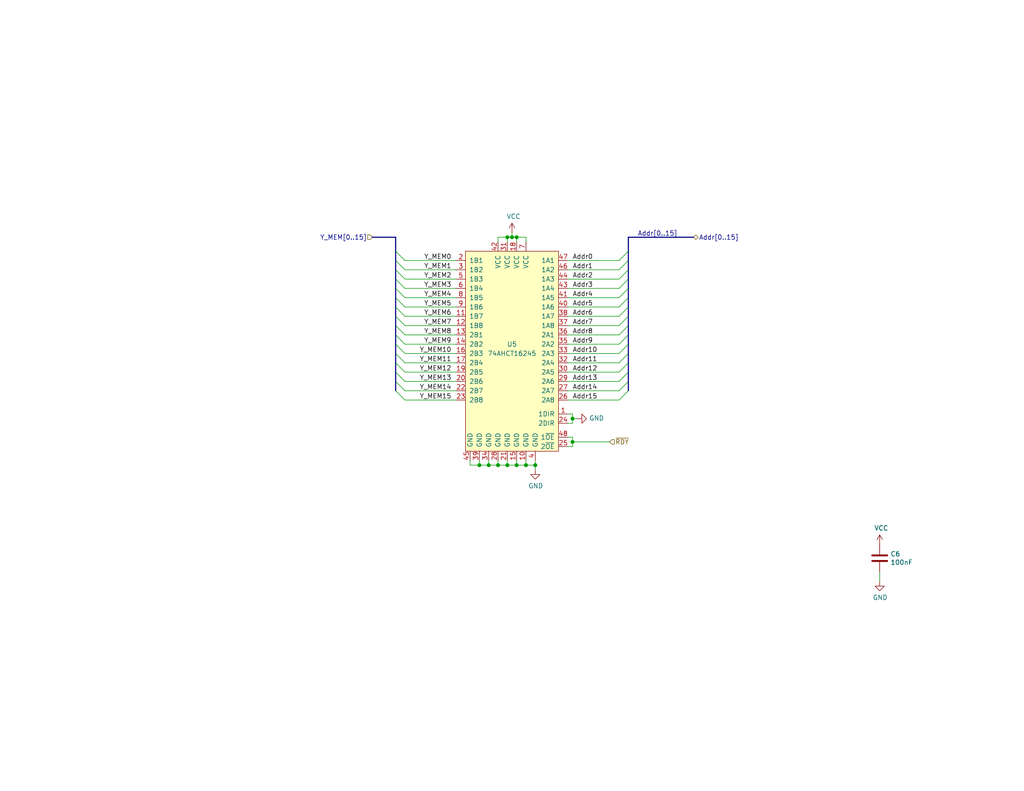
<source format=kicad_sch>
(kicad_sch (version 20230121) (generator eeschema)
  (paper "USLetter")
  (title_block (title "MEM: Buffer ALUResult") (date "2023-04-01") (rev "A") (comment 4 "Buffer the effective address before it leaves the main board."))
  (lib_symbols
    (symbol "74xx (kicad5):74AHCT16245_ba" (pin_names (offset 1.016))
      (property "Reference" "U" (at 0 1.27 0))
      (property "Value" "74AHCT16245_ba" (at 0 -1.27 0))
      (symbol "74AHCT16245_ba_0_1"
        (rectangle (start -12.7 26.67) (end 12.7 -27.94) (fill (type background)))
      )
      (symbol "74AHCT16245_ba_1_1"
        (pin input line (at -15.24 -17.78 0) (length 2.54) (name "1DIR") (number "1"))
        (pin power_in line (at -3.81 -30.48 90) (length 2.54) (name "GND") (number "10"))
        (pin input line (at 15.24 8.89 180) (length 2.54) (name "1B7") (number "11"))
        (pin input line (at 15.24 6.35 180) (length 2.54) (name "1B8") (number "12"))
        (pin input line (at 15.24 3.81 180) (length 2.54) (name "2B1") (number "13"))
        (pin input line (at 15.24 1.27 180) (length 2.54) (name "2B2") (number "14"))
        (pin power_in line (at -1.27 -30.48 90) (length 2.54) (name "GND") (number "15"))
        (pin input line (at 15.24 -1.27 180) (length 2.54) (name "2B3") (number "16"))
        (pin input line (at 15.24 -3.81 180) (length 2.54) (name "2B4") (number "17"))
        (pin power_in line (at -1.27 29.21 270) (length 2.54) (name "VCC") (number "18"))
        (pin input line (at 15.24 -6.35 180) (length 2.54) (name "2B5") (number "19"))
        (pin input line (at 15.24 24.13 180) (length 2.54) (name "1B1") (number "2"))
        (pin input line (at 15.24 -8.89 180) (length 2.54) (name "2B6") (number "20"))
        (pin power_in line (at 1.27 -30.48 90) (length 2.54) (name "GND") (number "21"))
        (pin input line (at 15.24 -11.43 180) (length 2.54) (name "2B7") (number "22"))
        (pin input line (at 15.24 -13.97 180) (length 2.54) (name "2B8") (number "23"))
        (pin input line (at -15.24 -20.32 0) (length 2.54) (name "2DIR") (number "24"))
        (pin input line (at -15.24 -26.67 0) (length 2.54) (name "2~{OE}") (number "25"))
        (pin tri_state line (at -15.24 -13.97 0) (length 2.54) (name "2A8") (number "26"))
        (pin tri_state line (at -15.24 -11.43 0) (length 2.54) (name "2A7") (number "27"))
        (pin power_in line (at 3.81 -30.48 90) (length 2.54) (name "GND") (number "28"))
        (pin tri_state line (at -15.24 -8.89 0) (length 2.54) (name "2A6") (number "29"))
        (pin input line (at 15.24 21.59 180) (length 2.54) (name "1B2") (number "3"))
        (pin tri_state line (at -15.24 -6.35 0) (length 2.54) (name "2A5") (number "30"))
        (pin power_in line (at 1.27 29.21 270) (length 2.54) (name "VCC") (number "31"))
        (pin tri_state line (at -15.24 -3.81 0) (length 2.54) (name "2A4") (number "32"))
        (pin tri_state line (at -15.24 -1.27 0) (length 2.54) (name "2A3") (number "33"))
        (pin power_in line (at 6.35 -30.48 90) (length 2.54) (name "GND") (number "34"))
        (pin tri_state line (at -15.24 1.27 0) (length 2.54) (name "2A2") (number "35"))
        (pin tri_state line (at -15.24 3.81 0) (length 2.54) (name "2A1") (number "36"))
        (pin tri_state line (at -15.24 6.35 0) (length 2.54) (name "1A8") (number "37"))
        (pin tri_state line (at -15.24 8.89 0) (length 2.54) (name "1A7") (number "38"))
        (pin power_in line (at 8.89 -30.48 90) (length 2.54) (name "GND") (number "39"))
        (pin power_in line (at -6.35 -30.48 90) (length 2.54) (name "GND") (number "4"))
        (pin tri_state line (at -15.24 11.43 0) (length 2.54) (name "1A6") (number "40"))
        (pin tri_state line (at -15.24 13.97 0) (length 2.54) (name "1A5") (number "41"))
        (pin power_in line (at 3.81 29.21 270) (length 2.54) (name "VCC") (number "42"))
        (pin tri_state line (at -15.24 16.51 0) (length 2.54) (name "1A4") (number "43"))
        (pin tri_state line (at -15.24 19.05 0) (length 2.54) (name "1A3") (number "44"))
        (pin power_in line (at 11.43 -30.48 90) (length 2.54) (name "GND") (number "45"))
        (pin tri_state line (at -15.24 21.59 0) (length 2.54) (name "1A2") (number "46"))
        (pin tri_state line (at -15.24 24.13 0) (length 2.54) (name "1A1") (number "47"))
        (pin input line (at -15.24 -24.13 0) (length 2.54) (name "1~{OE}") (number "48"))
        (pin input line (at 15.24 19.05 180) (length 2.54) (name "1B3") (number "5"))
        (pin input line (at 15.24 16.51 180) (length 2.54) (name "1B4") (number "6"))
        (pin power_in line (at -3.81 29.21 270) (length 2.54) (name "VCC") (number "7"))
        (pin input line (at 15.24 13.97 180) (length 2.54) (name "1B5") (number "8"))
        (pin input line (at 15.24 11.43 180) (length 2.54) (name "1B6") (number "9"))
      )
    )
    (symbol "Device:C" (pin_numbers hide) (pin_names (offset 0.254))
      (property "Reference" "C" (at 0.635 2.54 0))
      (property "Value" "C" (at 0.635 -2.54 0))
      (symbol "C_0_1"
        (polyline (pts (xy -2.032 -0.762) (xy 2.032 -0.762)) (stroke (width 0.508)))
        (polyline (pts (xy -2.032 0.762) (xy 2.032 0.762)) (stroke (width 0.508)))
      )
      (symbol "C_1_1"
        (pin passive line (at 0 3.81 270) (length 2.794) (name "~") (number "1"))
        (pin passive line (at 0 -3.81 90) (length 2.794) (name "~") (number "2"))
      )
    )
    (symbol "power:GND" (power) (pin_names (offset 0))
      (property "Value" "GND" (at 0 -3.81 0))
      (symbol "GND_0_1"
        (polyline (pts (xy 0 0) (xy 0 -1.27) (xy 1.27 -1.27) (xy 0 -2.54) (xy -1.27 -1.27) (xy 0 -1.27)))
      )
      (symbol "GND_1_1"
        (pin power_in line (at 0 0 270) (length 0) hide (name "GND") (number "1"))
      )
    )
    (symbol "power:VCC" (power) (pin_names (offset 0))
      (property "Value" "VCC" (at 0 3.81 0))
      (symbol "VCC_0_1"
        (polyline (pts (xy -0.762 1.27) (xy 0 2.54)))
        (polyline (pts (xy 0 0) (xy 0 2.54)))
        (polyline (pts (xy 0 2.54) (xy 0.762 1.27)))
      )
      (symbol "VCC_1_1"
        (pin power_in line (at 0 0 90) (length 0) hide (name "VCC") (number "1"))
      )
    )
  )
  (junction (at 156.21 114.3))
  (junction (at 130.81 127))
  (junction (at 138.43 64.77))
  (junction (at 138.43 127))
  (junction (at 156.21 120.65))
  (junction (at 146.05 127))
  (junction (at 135.89 127))
  (junction (at 143.51 127))
  (junction (at 140.97 64.77))
  (junction (at 139.7 64.77))
  (junction (at 140.97 127))
  (junction (at 133.35 127))
  (bus_entry (at 110.49 88.9) (size -2.54 -2.54))
  (bus_entry (at 168.91 104.14) (size 2.54 -2.54))
  (bus_entry (at 110.49 91.44) (size -2.54 -2.54))
  (bus_entry (at 168.91 81.28) (size 2.54 -2.54))
  (bus_entry (at 110.49 81.28) (size -2.54 -2.54))
  (bus_entry (at 110.49 109.22) (size -2.54 -2.54))
  (bus_entry (at 168.91 101.6) (size 2.54 -2.54))
  (bus_entry (at 168.91 91.44) (size 2.54 -2.54))
  (bus_entry (at 110.49 93.98) (size -2.54 -2.54))
  (bus_entry (at 110.49 96.52) (size -2.54 -2.54))
  (bus_entry (at 168.91 71.12) (size 2.54 -2.54))
  (bus_entry (at 110.49 73.66) (size -2.54 -2.54))
  (bus_entry (at 110.49 71.12) (size -2.54 -2.54))
  (bus_entry (at 168.91 76.2) (size 2.54 -2.54))
  (bus_entry (at 168.91 106.68) (size 2.54 -2.54))
  (bus_entry (at 110.49 101.6) (size -2.54 -2.54))
  (bus_entry (at 110.49 83.82) (size -2.54 -2.54))
  (bus_entry (at 168.91 93.98) (size 2.54 -2.54))
  (bus_entry (at 168.91 109.22) (size 2.54 -2.54))
  (bus_entry (at 168.91 99.06) (size 2.54 -2.54))
  (bus_entry (at 110.49 104.14) (size -2.54 -2.54))
  (bus_entry (at 110.49 99.06) (size -2.54 -2.54))
  (bus_entry (at 168.91 96.52) (size 2.54 -2.54))
  (bus_entry (at 110.49 86.36) (size -2.54 -2.54))
  (bus_entry (at 168.91 88.9) (size 2.54 -2.54))
  (bus_entry (at 168.91 86.36) (size 2.54 -2.54))
  (bus_entry (at 168.91 78.74) (size 2.54 -2.54))
  (bus_entry (at 110.49 76.2) (size -2.54 -2.54))
  (bus_entry (at 110.49 106.68) (size -2.54 -2.54))
  (bus_entry (at 168.91 73.66) (size 2.54 -2.54))
  (bus_entry (at 168.91 83.82) (size 2.54 -2.54))
  (bus_entry (at 110.49 78.74) (size -2.54 -2.54))
  (wire (pts (xy 135.89 66.04) (xy 135.89 64.77)))
  (wire (pts (xy 168.91 93.98) (xy 154.94 93.98)))
  (wire (pts (xy 156.21 121.92) (xy 154.94 121.92)))
  (wire (pts (xy 168.91 106.68) (xy 154.94 106.68)))
  (wire (pts (xy 168.91 71.12) (xy 154.94 71.12)))
  (wire (pts (xy 143.51 127) (xy 143.51 125.73)))
  (wire (pts (xy 138.43 66.04) (xy 138.43 64.77)))
  (wire (pts (xy 156.21 115.57) (xy 154.94 115.57)))
  (wire (pts (xy 168.91 76.2) (xy 154.94 76.2)))
  (bus (pts (xy 171.45 68.58) (xy 171.45 71.12)))
  (wire (pts (xy 146.05 128.27) (xy 146.05 127)))
  (wire (pts (xy 138.43 127) (xy 135.89 127)))
  (bus (pts (xy 171.45 86.36) (xy 171.45 88.9)))
  (wire (pts (xy 110.49 106.68) (xy 124.46 106.68)))
  (bus (pts (xy 107.95 91.44) (xy 107.95 93.98)))
  (wire (pts (xy 110.49 88.9) (xy 124.46 88.9)))
  (wire (pts (xy 168.91 86.36) (xy 154.94 86.36)))
  (wire (pts (xy 110.49 101.6) (xy 124.46 101.6)))
  (wire (pts (xy 143.51 64.77) (xy 143.51 66.04)))
  (wire (pts (xy 140.97 127) (xy 143.51 127)))
  (bus (pts (xy 107.95 71.12) (xy 107.95 73.66)))
  (bus (pts (xy 171.45 81.28) (xy 171.45 83.82)))
  (wire (pts (xy 168.91 78.74) (xy 154.94 78.74)))
  (wire (pts (xy 110.49 81.28) (xy 124.46 81.28)))
  (wire (pts (xy 110.49 78.74) (xy 124.46 78.74)))
  (wire (pts (xy 168.91 99.06) (xy 154.94 99.06)))
  (wire (pts (xy 135.89 127) (xy 135.89 125.73)))
  (wire (pts (xy 139.7 64.77) (xy 140.97 64.77)))
  (wire (pts (xy 168.91 88.9) (xy 154.94 88.9)))
  (wire (pts (xy 146.05 127) (xy 146.05 125.73)))
  (wire (pts (xy 156.21 120.65) (xy 156.21 121.92)))
  (wire (pts (xy 140.97 127) (xy 140.97 125.73)))
  (wire (pts (xy 110.49 71.12) (xy 124.46 71.12)))
  (bus (pts (xy 107.95 78.74) (xy 107.95 81.28)))
  (wire (pts (xy 110.49 86.36) (xy 124.46 86.36)))
  (bus (pts (xy 107.95 83.82) (xy 107.95 86.36)))
  (wire (pts (xy 128.27 125.73) (xy 128.27 127)))
  (wire (pts (xy 110.49 83.82) (xy 124.46 83.82)))
  (wire (pts (xy 110.49 96.52) (xy 124.46 96.52)))
  (bus (pts (xy 107.95 93.98) (xy 107.95 96.52)))
  (bus (pts (xy 107.95 104.14) (xy 107.95 106.68)))
  (wire (pts (xy 110.49 73.66) (xy 124.46 73.66)))
  (wire (pts (xy 133.35 127) (xy 135.89 127)))
  (wire (pts (xy 140.97 66.04) (xy 140.97 64.77)))
  (wire (pts (xy 154.94 113.03) (xy 156.21 113.03)))
  (bus (pts (xy 107.95 64.77) (xy 107.95 68.58)))
  (bus (pts (xy 107.95 101.6) (xy 107.95 104.14)))
  (wire (pts (xy 139.7 63.5) (xy 139.7 64.77)))
  (wire (pts (xy 168.91 96.52) (xy 154.94 96.52)))
  (bus (pts (xy 171.45 73.66) (xy 171.45 76.2)))
  (wire (pts (xy 138.43 127) (xy 138.43 125.73)))
  (bus (pts (xy 171.45 93.98) (xy 171.45 96.52)))
  (wire (pts (xy 168.91 104.14) (xy 154.94 104.14)))
  (wire (pts (xy 154.94 119.38) (xy 156.21 119.38)))
  (wire (pts (xy 168.91 101.6) (xy 154.94 101.6)))
  (bus (pts (xy 171.45 78.74) (xy 171.45 81.28)))
  (bus (pts (xy 107.95 81.28) (xy 107.95 83.82)))
  (wire (pts (xy 166.37 120.65) (xy 156.21 120.65)))
  (bus (pts (xy 107.95 76.2) (xy 107.95 78.74)))
  (wire (pts (xy 168.91 91.44) (xy 154.94 91.44)))
  (bus (pts (xy 107.95 86.36) (xy 107.95 88.9)))
  (wire (pts (xy 156.21 114.3) (xy 156.21 115.57)))
  (wire (pts (xy 156.21 119.38) (xy 156.21 120.65)))
  (bus (pts (xy 171.45 99.06) (xy 171.45 101.6)))
  (bus (pts (xy 171.45 71.12) (xy 171.45 73.66)))
  (wire (pts (xy 130.81 127) (xy 133.35 127)))
  (wire (pts (xy 130.81 125.73) (xy 130.81 127)))
  (wire (pts (xy 168.91 83.82) (xy 154.94 83.82)))
  (wire (pts (xy 156.21 113.03) (xy 156.21 114.3)))
  (bus (pts (xy 171.45 91.44) (xy 171.45 93.98)))
  (bus (pts (xy 171.45 76.2) (xy 171.45 78.74)))
  (wire (pts (xy 135.89 64.77) (xy 138.43 64.77)))
  (bus (pts (xy 107.95 99.06) (xy 107.95 101.6)))
  (bus (pts (xy 171.45 88.9) (xy 171.45 91.44)))
  (wire (pts (xy 138.43 64.77) (xy 139.7 64.77)))
  (wire (pts (xy 110.49 104.14) (xy 124.46 104.14)))
  (wire (pts (xy 110.49 93.98) (xy 124.46 93.98)))
  (bus (pts (xy 171.45 104.14) (xy 171.45 106.68)))
  (bus (pts (xy 107.95 73.66) (xy 107.95 76.2)))
  (wire (pts (xy 128.27 127) (xy 130.81 127)))
  (wire (pts (xy 140.97 127) (xy 138.43 127)))
  (wire (pts (xy 168.91 109.22) (xy 154.94 109.22)))
  (wire (pts (xy 110.49 109.22) (xy 124.46 109.22)))
  (wire (pts (xy 140.97 64.77) (xy 143.51 64.77)))
  (bus (pts (xy 171.45 64.77) (xy 171.45 68.58)))
  (wire (pts (xy 110.49 99.06) (xy 124.46 99.06)))
  (bus (pts (xy 107.95 88.9) (xy 107.95 91.44)))
  (bus (pts (xy 107.95 68.58) (xy 107.95 71.12)))
  (wire (pts (xy 168.91 73.66) (xy 154.94 73.66)))
  (bus (pts (xy 171.45 96.52) (xy 171.45 99.06)))
  (wire (pts (xy 133.35 125.73) (xy 133.35 127)))
  (wire (pts (xy 110.49 91.44) (xy 124.46 91.44)))
  (wire (pts (xy 143.51 127) (xy 146.05 127)))
  (wire (pts (xy 157.48 114.3) (xy 156.21 114.3)))
  (bus (pts (xy 171.45 83.82) (xy 171.45 86.36)))
  (bus (pts (xy 171.45 101.6) (xy 171.45 104.14)))
  (wire (pts (xy 110.49 76.2) (xy 124.46 76.2)))
  (bus (pts (xy 107.95 96.52) (xy 107.95 99.06)))
  (bus (pts (xy 107.95 64.77) (xy 101.6 64.77)))
  (wire (pts (xy 168.91 81.28) (xy 154.94 81.28)))
  (wire (pts (xy 240.03 158.75) (xy 240.03 156.21)))
  (bus (pts (xy 171.45 64.77) (xy 189.23 64.77)))
  (label "Y_MEM3" (at 123.19 78.74 180))
  (label "Y_MEM15" (at 123.19 109.22 180))
  (label "Addr12" (at 156.21 101.6 0))
  (label "Y_MEM10" (at 123.19 96.52 180))
  (label "Y_MEM1" (at 123.19 73.66 180))
  (label "Addr10" (at 156.21 96.52 0))
  (label "Y_MEM0" (at 123.19 71.12 180))
  (label "Y_MEM14" (at 123.19 106.68 180))
  (label "Addr5" (at 156.21 83.82 0))
  (label "Y_MEM13" (at 123.19 104.14 180))
  (label "Y_MEM2" (at 123.19 76.2 180))
  (label "Addr9" (at 156.21 93.98 0))
  (label "Addr15" (at 156.21 109.22 0))
  (label "Addr11" (at 156.21 99.06 0))
  (label "Y_MEM7" (at 123.19 88.9 180))
  (label "Addr13" (at 156.21 104.14 0))
  (label "Addr[0..15]" (at 173.99 64.77 0))
  (label "Y_MEM8" (at 123.19 91.44 180))
  (label "Y_MEM12" (at 123.19 101.6 180))
  (label "Y_MEM9" (at 123.19 93.98 180))
  (label "Y_MEM6" (at 123.19 86.36 180))
  (label "Addr8" (at 156.21 91.44 0))
  (label "Addr3" (at 156.21 78.74 0))
  (label "Addr4" (at 156.21 81.28 0))
  (label "Y_MEM4" (at 123.19 81.28 180))
  (label "Addr1" (at 156.21 73.66 0))
  (label "Addr14" (at 156.21 106.68 0))
  (label "Y_MEM5" (at 123.19 83.82 180))
  (label "Y_MEM11" (at 123.19 99.06 180))
  (label "Addr6" (at 156.21 86.36 0))
  (label "Addr2" (at 156.21 76.2 0))
  (label "Addr0" (at 156.21 71.12 0))
  (label "Addr7" (at 156.21 88.9 0))
  (hierarchical_label "Addr[0..15]" (shape tri_state) (at 189.23 64.77 0))
  (hierarchical_label "~{RDY}" (shape input) (at 166.37 120.65 0))
  (hierarchical_label "Y_MEM[0..15]" (shape input) (at 101.6 64.77 180))
  (symbol (lib_id "Device:C") (at 240.03 152.4 0) (unit 1)
    (property "Reference" "C6" (at 242.951 151.2316 0) (effects (justify left)))
    (property "Value" "100nF" (at 242.951 153.543 0) (effects (justify left)))
    (property "Footprint" "Capacitor_SMD:C_0603_1608Metric_Pad1.08x0.95mm_HandSolder" (effects hide))
    (property "Mouser" "https://www.mouser.com/ProductDetail/963-EMK107B7104KAHT" (effects hide))
  )
  (symbol (lib_id "power:VCC") (at 240.03 148.59 0) (unit 1)
    (property "Reference" "#PWR094" (effects hide))
    (property "Value" "VCC" (at 240.4618 144.1958 0))
  )
  (symbol (lib_id "power:GND") (at 240.03 158.75 0) (unit 1)
    (property "Reference" "#PWR095" (effects hide))
    (property "Value" "GND" (at 240.157 163.1442 0))
  )
  (symbol (lib_id "power:GND") (at 157.48 114.3 90) (unit 1)
    (property "Reference" "#PWR093" (effects hide))
    (property "Value" "GND" (at 160.7312 114.173 90) (effects (justify right)))
  )
  (symbol (lib_id "74xx (kicad5):74AHCT16245_ba") (at 139.7 95.25 0) (mirror y) (unit 1)
    (property "Reference" "U5" (at 139.7 93.98 0))
    (property "Value" "74AHCT16245" (at 139.7 96.52 0))
    (property "Footprint" "Package_SO:TSSOP-48_6.1x12.5mm_P0.5mm" (effects hide))
    (property "Datasheet" "https://www.ti.com/lit/ds/symlink/sn74ahct16245.pdf?HQS=dis-mous-null-mousermode-dsf-pf-null-wwe&ts=1617319205092" (effects hide))
    (property "Mouser" "https://www.mouser.com/ProductDetail/Texas-Instruments/74AHCT16245DLRG4?qs=%2Fha2pyFaduixTLlQ%252B3rIFW8KDPMe6E5CxoQ2Fc519Y9S5BWJ%252B%2FVWeIYQshP1VtN3&utm_source=octopart&utm_medium=aggregator&utm_campaign=595-74AHCT16245DLRG4&utm_content=Texas%20Instruments" (effects hide))
  )
  (symbol (lib_id "power:GND") (at 146.05 128.27 0) (unit 1)
    (property "Reference" "#PWR092" (effects hide))
    (property "Value" "GND" (at 146.177 132.6642 0))
  )
  (symbol (lib_id "power:VCC") (at 139.7 63.5 0) (unit 1)
    (property "Reference" "#PWR091" (effects hide))
    (property "Value" "VCC" (at 140.1318 59.1058 0))
  )
)
</source>
